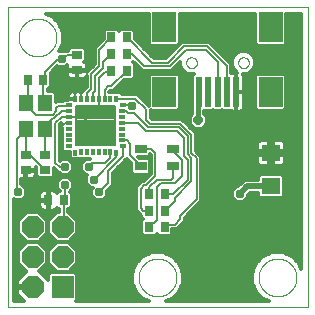
<source format=gtl>
G75*
%MOIN*%
%OFA0B0*%
%FSLAX25Y25*%
%IPPOS*%
%LPD*%
%AMOC8*
5,1,8,0,0,1.08239X$1,22.5*
%
%ADD10C,0.00000*%
%ADD11C,0.00689*%
%ADD12R,0.01280X0.02165*%
%ADD13R,0.01181X0.01969*%
%ADD14R,0.01969X0.01181*%
%ADD15R,0.02165X0.01280*%
%ADD16R,0.03937X0.03150*%
%ADD17R,0.07400X0.07400*%
%ADD18OC8,0.07400*%
%ADD19R,0.02756X0.03543*%
%ADD20R,0.03543X0.02756*%
%ADD21R,0.06299X0.05512*%
%ADD22R,0.01969X0.09843*%
%ADD23R,0.07874X0.09843*%
%ADD24R,0.04528X0.05512*%
%ADD25C,0.00600*%
%ADD26C,0.02000*%
%ADD27OC8,0.02900*%
%ADD28C,0.01600*%
%ADD29OC8,0.03200*%
%ADD30C,0.01200*%
D10*
X0003400Y0003400D02*
X0003400Y0103400D01*
X0103400Y0103400D01*
X0103400Y0003400D01*
X0003400Y0003400D01*
X0047101Y0013400D02*
X0047103Y0013558D01*
X0047109Y0013716D01*
X0047119Y0013874D01*
X0047133Y0014032D01*
X0047151Y0014189D01*
X0047172Y0014346D01*
X0047198Y0014502D01*
X0047228Y0014658D01*
X0047261Y0014813D01*
X0047299Y0014966D01*
X0047340Y0015119D01*
X0047385Y0015271D01*
X0047434Y0015422D01*
X0047487Y0015571D01*
X0047543Y0015719D01*
X0047603Y0015865D01*
X0047667Y0016010D01*
X0047735Y0016153D01*
X0047806Y0016295D01*
X0047880Y0016435D01*
X0047958Y0016572D01*
X0048040Y0016708D01*
X0048124Y0016842D01*
X0048213Y0016973D01*
X0048304Y0017102D01*
X0048399Y0017229D01*
X0048496Y0017354D01*
X0048597Y0017476D01*
X0048701Y0017595D01*
X0048808Y0017712D01*
X0048918Y0017826D01*
X0049031Y0017937D01*
X0049146Y0018046D01*
X0049264Y0018151D01*
X0049385Y0018253D01*
X0049508Y0018353D01*
X0049634Y0018449D01*
X0049762Y0018542D01*
X0049892Y0018632D01*
X0050025Y0018718D01*
X0050160Y0018802D01*
X0050296Y0018881D01*
X0050435Y0018958D01*
X0050576Y0019030D01*
X0050718Y0019100D01*
X0050862Y0019165D01*
X0051008Y0019227D01*
X0051155Y0019285D01*
X0051304Y0019340D01*
X0051454Y0019391D01*
X0051605Y0019438D01*
X0051757Y0019481D01*
X0051910Y0019520D01*
X0052065Y0019556D01*
X0052220Y0019587D01*
X0052376Y0019615D01*
X0052532Y0019639D01*
X0052689Y0019659D01*
X0052847Y0019675D01*
X0053004Y0019687D01*
X0053163Y0019695D01*
X0053321Y0019699D01*
X0053479Y0019699D01*
X0053637Y0019695D01*
X0053796Y0019687D01*
X0053953Y0019675D01*
X0054111Y0019659D01*
X0054268Y0019639D01*
X0054424Y0019615D01*
X0054580Y0019587D01*
X0054735Y0019556D01*
X0054890Y0019520D01*
X0055043Y0019481D01*
X0055195Y0019438D01*
X0055346Y0019391D01*
X0055496Y0019340D01*
X0055645Y0019285D01*
X0055792Y0019227D01*
X0055938Y0019165D01*
X0056082Y0019100D01*
X0056224Y0019030D01*
X0056365Y0018958D01*
X0056504Y0018881D01*
X0056640Y0018802D01*
X0056775Y0018718D01*
X0056908Y0018632D01*
X0057038Y0018542D01*
X0057166Y0018449D01*
X0057292Y0018353D01*
X0057415Y0018253D01*
X0057536Y0018151D01*
X0057654Y0018046D01*
X0057769Y0017937D01*
X0057882Y0017826D01*
X0057992Y0017712D01*
X0058099Y0017595D01*
X0058203Y0017476D01*
X0058304Y0017354D01*
X0058401Y0017229D01*
X0058496Y0017102D01*
X0058587Y0016973D01*
X0058676Y0016842D01*
X0058760Y0016708D01*
X0058842Y0016572D01*
X0058920Y0016435D01*
X0058994Y0016295D01*
X0059065Y0016153D01*
X0059133Y0016010D01*
X0059197Y0015865D01*
X0059257Y0015719D01*
X0059313Y0015571D01*
X0059366Y0015422D01*
X0059415Y0015271D01*
X0059460Y0015119D01*
X0059501Y0014966D01*
X0059539Y0014813D01*
X0059572Y0014658D01*
X0059602Y0014502D01*
X0059628Y0014346D01*
X0059649Y0014189D01*
X0059667Y0014032D01*
X0059681Y0013874D01*
X0059691Y0013716D01*
X0059697Y0013558D01*
X0059699Y0013400D01*
X0059697Y0013242D01*
X0059691Y0013084D01*
X0059681Y0012926D01*
X0059667Y0012768D01*
X0059649Y0012611D01*
X0059628Y0012454D01*
X0059602Y0012298D01*
X0059572Y0012142D01*
X0059539Y0011987D01*
X0059501Y0011834D01*
X0059460Y0011681D01*
X0059415Y0011529D01*
X0059366Y0011378D01*
X0059313Y0011229D01*
X0059257Y0011081D01*
X0059197Y0010935D01*
X0059133Y0010790D01*
X0059065Y0010647D01*
X0058994Y0010505D01*
X0058920Y0010365D01*
X0058842Y0010228D01*
X0058760Y0010092D01*
X0058676Y0009958D01*
X0058587Y0009827D01*
X0058496Y0009698D01*
X0058401Y0009571D01*
X0058304Y0009446D01*
X0058203Y0009324D01*
X0058099Y0009205D01*
X0057992Y0009088D01*
X0057882Y0008974D01*
X0057769Y0008863D01*
X0057654Y0008754D01*
X0057536Y0008649D01*
X0057415Y0008547D01*
X0057292Y0008447D01*
X0057166Y0008351D01*
X0057038Y0008258D01*
X0056908Y0008168D01*
X0056775Y0008082D01*
X0056640Y0007998D01*
X0056504Y0007919D01*
X0056365Y0007842D01*
X0056224Y0007770D01*
X0056082Y0007700D01*
X0055938Y0007635D01*
X0055792Y0007573D01*
X0055645Y0007515D01*
X0055496Y0007460D01*
X0055346Y0007409D01*
X0055195Y0007362D01*
X0055043Y0007319D01*
X0054890Y0007280D01*
X0054735Y0007244D01*
X0054580Y0007213D01*
X0054424Y0007185D01*
X0054268Y0007161D01*
X0054111Y0007141D01*
X0053953Y0007125D01*
X0053796Y0007113D01*
X0053637Y0007105D01*
X0053479Y0007101D01*
X0053321Y0007101D01*
X0053163Y0007105D01*
X0053004Y0007113D01*
X0052847Y0007125D01*
X0052689Y0007141D01*
X0052532Y0007161D01*
X0052376Y0007185D01*
X0052220Y0007213D01*
X0052065Y0007244D01*
X0051910Y0007280D01*
X0051757Y0007319D01*
X0051605Y0007362D01*
X0051454Y0007409D01*
X0051304Y0007460D01*
X0051155Y0007515D01*
X0051008Y0007573D01*
X0050862Y0007635D01*
X0050718Y0007700D01*
X0050576Y0007770D01*
X0050435Y0007842D01*
X0050296Y0007919D01*
X0050160Y0007998D01*
X0050025Y0008082D01*
X0049892Y0008168D01*
X0049762Y0008258D01*
X0049634Y0008351D01*
X0049508Y0008447D01*
X0049385Y0008547D01*
X0049264Y0008649D01*
X0049146Y0008754D01*
X0049031Y0008863D01*
X0048918Y0008974D01*
X0048808Y0009088D01*
X0048701Y0009205D01*
X0048597Y0009324D01*
X0048496Y0009446D01*
X0048399Y0009571D01*
X0048304Y0009698D01*
X0048213Y0009827D01*
X0048124Y0009958D01*
X0048040Y0010092D01*
X0047958Y0010228D01*
X0047880Y0010365D01*
X0047806Y0010505D01*
X0047735Y0010647D01*
X0047667Y0010790D01*
X0047603Y0010935D01*
X0047543Y0011081D01*
X0047487Y0011229D01*
X0047434Y0011378D01*
X0047385Y0011529D01*
X0047340Y0011681D01*
X0047299Y0011834D01*
X0047261Y0011987D01*
X0047228Y0012142D01*
X0047198Y0012298D01*
X0047172Y0012454D01*
X0047151Y0012611D01*
X0047133Y0012768D01*
X0047119Y0012926D01*
X0047109Y0013084D01*
X0047103Y0013242D01*
X0047101Y0013400D01*
X0087101Y0013400D02*
X0087103Y0013558D01*
X0087109Y0013716D01*
X0087119Y0013874D01*
X0087133Y0014032D01*
X0087151Y0014189D01*
X0087172Y0014346D01*
X0087198Y0014502D01*
X0087228Y0014658D01*
X0087261Y0014813D01*
X0087299Y0014966D01*
X0087340Y0015119D01*
X0087385Y0015271D01*
X0087434Y0015422D01*
X0087487Y0015571D01*
X0087543Y0015719D01*
X0087603Y0015865D01*
X0087667Y0016010D01*
X0087735Y0016153D01*
X0087806Y0016295D01*
X0087880Y0016435D01*
X0087958Y0016572D01*
X0088040Y0016708D01*
X0088124Y0016842D01*
X0088213Y0016973D01*
X0088304Y0017102D01*
X0088399Y0017229D01*
X0088496Y0017354D01*
X0088597Y0017476D01*
X0088701Y0017595D01*
X0088808Y0017712D01*
X0088918Y0017826D01*
X0089031Y0017937D01*
X0089146Y0018046D01*
X0089264Y0018151D01*
X0089385Y0018253D01*
X0089508Y0018353D01*
X0089634Y0018449D01*
X0089762Y0018542D01*
X0089892Y0018632D01*
X0090025Y0018718D01*
X0090160Y0018802D01*
X0090296Y0018881D01*
X0090435Y0018958D01*
X0090576Y0019030D01*
X0090718Y0019100D01*
X0090862Y0019165D01*
X0091008Y0019227D01*
X0091155Y0019285D01*
X0091304Y0019340D01*
X0091454Y0019391D01*
X0091605Y0019438D01*
X0091757Y0019481D01*
X0091910Y0019520D01*
X0092065Y0019556D01*
X0092220Y0019587D01*
X0092376Y0019615D01*
X0092532Y0019639D01*
X0092689Y0019659D01*
X0092847Y0019675D01*
X0093004Y0019687D01*
X0093163Y0019695D01*
X0093321Y0019699D01*
X0093479Y0019699D01*
X0093637Y0019695D01*
X0093796Y0019687D01*
X0093953Y0019675D01*
X0094111Y0019659D01*
X0094268Y0019639D01*
X0094424Y0019615D01*
X0094580Y0019587D01*
X0094735Y0019556D01*
X0094890Y0019520D01*
X0095043Y0019481D01*
X0095195Y0019438D01*
X0095346Y0019391D01*
X0095496Y0019340D01*
X0095645Y0019285D01*
X0095792Y0019227D01*
X0095938Y0019165D01*
X0096082Y0019100D01*
X0096224Y0019030D01*
X0096365Y0018958D01*
X0096504Y0018881D01*
X0096640Y0018802D01*
X0096775Y0018718D01*
X0096908Y0018632D01*
X0097038Y0018542D01*
X0097166Y0018449D01*
X0097292Y0018353D01*
X0097415Y0018253D01*
X0097536Y0018151D01*
X0097654Y0018046D01*
X0097769Y0017937D01*
X0097882Y0017826D01*
X0097992Y0017712D01*
X0098099Y0017595D01*
X0098203Y0017476D01*
X0098304Y0017354D01*
X0098401Y0017229D01*
X0098496Y0017102D01*
X0098587Y0016973D01*
X0098676Y0016842D01*
X0098760Y0016708D01*
X0098842Y0016572D01*
X0098920Y0016435D01*
X0098994Y0016295D01*
X0099065Y0016153D01*
X0099133Y0016010D01*
X0099197Y0015865D01*
X0099257Y0015719D01*
X0099313Y0015571D01*
X0099366Y0015422D01*
X0099415Y0015271D01*
X0099460Y0015119D01*
X0099501Y0014966D01*
X0099539Y0014813D01*
X0099572Y0014658D01*
X0099602Y0014502D01*
X0099628Y0014346D01*
X0099649Y0014189D01*
X0099667Y0014032D01*
X0099681Y0013874D01*
X0099691Y0013716D01*
X0099697Y0013558D01*
X0099699Y0013400D01*
X0099697Y0013242D01*
X0099691Y0013084D01*
X0099681Y0012926D01*
X0099667Y0012768D01*
X0099649Y0012611D01*
X0099628Y0012454D01*
X0099602Y0012298D01*
X0099572Y0012142D01*
X0099539Y0011987D01*
X0099501Y0011834D01*
X0099460Y0011681D01*
X0099415Y0011529D01*
X0099366Y0011378D01*
X0099313Y0011229D01*
X0099257Y0011081D01*
X0099197Y0010935D01*
X0099133Y0010790D01*
X0099065Y0010647D01*
X0098994Y0010505D01*
X0098920Y0010365D01*
X0098842Y0010228D01*
X0098760Y0010092D01*
X0098676Y0009958D01*
X0098587Y0009827D01*
X0098496Y0009698D01*
X0098401Y0009571D01*
X0098304Y0009446D01*
X0098203Y0009324D01*
X0098099Y0009205D01*
X0097992Y0009088D01*
X0097882Y0008974D01*
X0097769Y0008863D01*
X0097654Y0008754D01*
X0097536Y0008649D01*
X0097415Y0008547D01*
X0097292Y0008447D01*
X0097166Y0008351D01*
X0097038Y0008258D01*
X0096908Y0008168D01*
X0096775Y0008082D01*
X0096640Y0007998D01*
X0096504Y0007919D01*
X0096365Y0007842D01*
X0096224Y0007770D01*
X0096082Y0007700D01*
X0095938Y0007635D01*
X0095792Y0007573D01*
X0095645Y0007515D01*
X0095496Y0007460D01*
X0095346Y0007409D01*
X0095195Y0007362D01*
X0095043Y0007319D01*
X0094890Y0007280D01*
X0094735Y0007244D01*
X0094580Y0007213D01*
X0094424Y0007185D01*
X0094268Y0007161D01*
X0094111Y0007141D01*
X0093953Y0007125D01*
X0093796Y0007113D01*
X0093637Y0007105D01*
X0093479Y0007101D01*
X0093321Y0007101D01*
X0093163Y0007105D01*
X0093004Y0007113D01*
X0092847Y0007125D01*
X0092689Y0007141D01*
X0092532Y0007161D01*
X0092376Y0007185D01*
X0092220Y0007213D01*
X0092065Y0007244D01*
X0091910Y0007280D01*
X0091757Y0007319D01*
X0091605Y0007362D01*
X0091454Y0007409D01*
X0091304Y0007460D01*
X0091155Y0007515D01*
X0091008Y0007573D01*
X0090862Y0007635D01*
X0090718Y0007700D01*
X0090576Y0007770D01*
X0090435Y0007842D01*
X0090296Y0007919D01*
X0090160Y0007998D01*
X0090025Y0008082D01*
X0089892Y0008168D01*
X0089762Y0008258D01*
X0089634Y0008351D01*
X0089508Y0008447D01*
X0089385Y0008547D01*
X0089264Y0008649D01*
X0089146Y0008754D01*
X0089031Y0008863D01*
X0088918Y0008974D01*
X0088808Y0009088D01*
X0088701Y0009205D01*
X0088597Y0009324D01*
X0088496Y0009446D01*
X0088399Y0009571D01*
X0088304Y0009698D01*
X0088213Y0009827D01*
X0088124Y0009958D01*
X0088040Y0010092D01*
X0087958Y0010228D01*
X0087880Y0010365D01*
X0087806Y0010505D01*
X0087735Y0010647D01*
X0087667Y0010790D01*
X0087603Y0010935D01*
X0087543Y0011081D01*
X0087487Y0011229D01*
X0087434Y0011378D01*
X0087385Y0011529D01*
X0087340Y0011681D01*
X0087299Y0011834D01*
X0087261Y0011987D01*
X0087228Y0012142D01*
X0087198Y0012298D01*
X0087172Y0012454D01*
X0087151Y0012611D01*
X0087133Y0012768D01*
X0087119Y0012926D01*
X0087109Y0013084D01*
X0087103Y0013242D01*
X0087101Y0013400D01*
X0080289Y0085000D02*
X0080291Y0085084D01*
X0080297Y0085167D01*
X0080307Y0085250D01*
X0080321Y0085333D01*
X0080338Y0085415D01*
X0080360Y0085496D01*
X0080385Y0085575D01*
X0080414Y0085654D01*
X0080447Y0085731D01*
X0080483Y0085806D01*
X0080523Y0085880D01*
X0080566Y0085952D01*
X0080613Y0086021D01*
X0080663Y0086088D01*
X0080716Y0086153D01*
X0080772Y0086215D01*
X0080830Y0086275D01*
X0080892Y0086332D01*
X0080956Y0086385D01*
X0081023Y0086436D01*
X0081092Y0086483D01*
X0081163Y0086528D01*
X0081236Y0086568D01*
X0081311Y0086605D01*
X0081388Y0086639D01*
X0081466Y0086669D01*
X0081545Y0086695D01*
X0081626Y0086718D01*
X0081708Y0086736D01*
X0081790Y0086751D01*
X0081873Y0086762D01*
X0081956Y0086769D01*
X0082040Y0086772D01*
X0082124Y0086771D01*
X0082207Y0086766D01*
X0082291Y0086757D01*
X0082373Y0086744D01*
X0082455Y0086728D01*
X0082536Y0086707D01*
X0082617Y0086683D01*
X0082695Y0086655D01*
X0082773Y0086623D01*
X0082849Y0086587D01*
X0082923Y0086548D01*
X0082995Y0086506D01*
X0083065Y0086460D01*
X0083133Y0086411D01*
X0083198Y0086359D01*
X0083261Y0086304D01*
X0083321Y0086246D01*
X0083379Y0086185D01*
X0083433Y0086121D01*
X0083485Y0086055D01*
X0083533Y0085987D01*
X0083578Y0085916D01*
X0083619Y0085843D01*
X0083658Y0085769D01*
X0083692Y0085693D01*
X0083723Y0085615D01*
X0083750Y0085536D01*
X0083774Y0085455D01*
X0083793Y0085374D01*
X0083809Y0085292D01*
X0083821Y0085209D01*
X0083829Y0085125D01*
X0083833Y0085042D01*
X0083833Y0084958D01*
X0083829Y0084875D01*
X0083821Y0084791D01*
X0083809Y0084708D01*
X0083793Y0084626D01*
X0083774Y0084545D01*
X0083750Y0084464D01*
X0083723Y0084385D01*
X0083692Y0084307D01*
X0083658Y0084231D01*
X0083619Y0084157D01*
X0083578Y0084084D01*
X0083533Y0084013D01*
X0083485Y0083945D01*
X0083433Y0083879D01*
X0083379Y0083815D01*
X0083321Y0083754D01*
X0083261Y0083696D01*
X0083198Y0083641D01*
X0083133Y0083589D01*
X0083065Y0083540D01*
X0082995Y0083494D01*
X0082923Y0083452D01*
X0082849Y0083413D01*
X0082773Y0083377D01*
X0082695Y0083345D01*
X0082617Y0083317D01*
X0082536Y0083293D01*
X0082455Y0083272D01*
X0082373Y0083256D01*
X0082291Y0083243D01*
X0082207Y0083234D01*
X0082124Y0083229D01*
X0082040Y0083228D01*
X0081956Y0083231D01*
X0081873Y0083238D01*
X0081790Y0083249D01*
X0081708Y0083264D01*
X0081626Y0083282D01*
X0081545Y0083305D01*
X0081466Y0083331D01*
X0081388Y0083361D01*
X0081311Y0083395D01*
X0081236Y0083432D01*
X0081163Y0083472D01*
X0081092Y0083517D01*
X0081023Y0083564D01*
X0080956Y0083615D01*
X0080892Y0083668D01*
X0080830Y0083725D01*
X0080772Y0083785D01*
X0080716Y0083847D01*
X0080663Y0083912D01*
X0080613Y0083979D01*
X0080566Y0084048D01*
X0080523Y0084120D01*
X0080483Y0084194D01*
X0080447Y0084269D01*
X0080414Y0084346D01*
X0080385Y0084425D01*
X0080360Y0084504D01*
X0080338Y0084585D01*
X0080321Y0084667D01*
X0080307Y0084750D01*
X0080297Y0084833D01*
X0080291Y0084916D01*
X0080289Y0085000D01*
X0062967Y0085000D02*
X0062969Y0085084D01*
X0062975Y0085167D01*
X0062985Y0085250D01*
X0062999Y0085333D01*
X0063016Y0085415D01*
X0063038Y0085496D01*
X0063063Y0085575D01*
X0063092Y0085654D01*
X0063125Y0085731D01*
X0063161Y0085806D01*
X0063201Y0085880D01*
X0063244Y0085952D01*
X0063291Y0086021D01*
X0063341Y0086088D01*
X0063394Y0086153D01*
X0063450Y0086215D01*
X0063508Y0086275D01*
X0063570Y0086332D01*
X0063634Y0086385D01*
X0063701Y0086436D01*
X0063770Y0086483D01*
X0063841Y0086528D01*
X0063914Y0086568D01*
X0063989Y0086605D01*
X0064066Y0086639D01*
X0064144Y0086669D01*
X0064223Y0086695D01*
X0064304Y0086718D01*
X0064386Y0086736D01*
X0064468Y0086751D01*
X0064551Y0086762D01*
X0064634Y0086769D01*
X0064718Y0086772D01*
X0064802Y0086771D01*
X0064885Y0086766D01*
X0064969Y0086757D01*
X0065051Y0086744D01*
X0065133Y0086728D01*
X0065214Y0086707D01*
X0065295Y0086683D01*
X0065373Y0086655D01*
X0065451Y0086623D01*
X0065527Y0086587D01*
X0065601Y0086548D01*
X0065673Y0086506D01*
X0065743Y0086460D01*
X0065811Y0086411D01*
X0065876Y0086359D01*
X0065939Y0086304D01*
X0065999Y0086246D01*
X0066057Y0086185D01*
X0066111Y0086121D01*
X0066163Y0086055D01*
X0066211Y0085987D01*
X0066256Y0085916D01*
X0066297Y0085843D01*
X0066336Y0085769D01*
X0066370Y0085693D01*
X0066401Y0085615D01*
X0066428Y0085536D01*
X0066452Y0085455D01*
X0066471Y0085374D01*
X0066487Y0085292D01*
X0066499Y0085209D01*
X0066507Y0085125D01*
X0066511Y0085042D01*
X0066511Y0084958D01*
X0066507Y0084875D01*
X0066499Y0084791D01*
X0066487Y0084708D01*
X0066471Y0084626D01*
X0066452Y0084545D01*
X0066428Y0084464D01*
X0066401Y0084385D01*
X0066370Y0084307D01*
X0066336Y0084231D01*
X0066297Y0084157D01*
X0066256Y0084084D01*
X0066211Y0084013D01*
X0066163Y0083945D01*
X0066111Y0083879D01*
X0066057Y0083815D01*
X0065999Y0083754D01*
X0065939Y0083696D01*
X0065876Y0083641D01*
X0065811Y0083589D01*
X0065743Y0083540D01*
X0065673Y0083494D01*
X0065601Y0083452D01*
X0065527Y0083413D01*
X0065451Y0083377D01*
X0065373Y0083345D01*
X0065295Y0083317D01*
X0065214Y0083293D01*
X0065133Y0083272D01*
X0065051Y0083256D01*
X0064969Y0083243D01*
X0064885Y0083234D01*
X0064802Y0083229D01*
X0064718Y0083228D01*
X0064634Y0083231D01*
X0064551Y0083238D01*
X0064468Y0083249D01*
X0064386Y0083264D01*
X0064304Y0083282D01*
X0064223Y0083305D01*
X0064144Y0083331D01*
X0064066Y0083361D01*
X0063989Y0083395D01*
X0063914Y0083432D01*
X0063841Y0083472D01*
X0063770Y0083517D01*
X0063701Y0083564D01*
X0063634Y0083615D01*
X0063570Y0083668D01*
X0063508Y0083725D01*
X0063450Y0083785D01*
X0063394Y0083847D01*
X0063341Y0083912D01*
X0063291Y0083979D01*
X0063244Y0084048D01*
X0063201Y0084120D01*
X0063161Y0084194D01*
X0063125Y0084269D01*
X0063092Y0084346D01*
X0063063Y0084425D01*
X0063038Y0084504D01*
X0063016Y0084585D01*
X0062999Y0084667D01*
X0062985Y0084750D01*
X0062975Y0084833D01*
X0062969Y0084916D01*
X0062967Y0085000D01*
X0007101Y0093400D02*
X0007103Y0093558D01*
X0007109Y0093716D01*
X0007119Y0093874D01*
X0007133Y0094032D01*
X0007151Y0094189D01*
X0007172Y0094346D01*
X0007198Y0094502D01*
X0007228Y0094658D01*
X0007261Y0094813D01*
X0007299Y0094966D01*
X0007340Y0095119D01*
X0007385Y0095271D01*
X0007434Y0095422D01*
X0007487Y0095571D01*
X0007543Y0095719D01*
X0007603Y0095865D01*
X0007667Y0096010D01*
X0007735Y0096153D01*
X0007806Y0096295D01*
X0007880Y0096435D01*
X0007958Y0096572D01*
X0008040Y0096708D01*
X0008124Y0096842D01*
X0008213Y0096973D01*
X0008304Y0097102D01*
X0008399Y0097229D01*
X0008496Y0097354D01*
X0008597Y0097476D01*
X0008701Y0097595D01*
X0008808Y0097712D01*
X0008918Y0097826D01*
X0009031Y0097937D01*
X0009146Y0098046D01*
X0009264Y0098151D01*
X0009385Y0098253D01*
X0009508Y0098353D01*
X0009634Y0098449D01*
X0009762Y0098542D01*
X0009892Y0098632D01*
X0010025Y0098718D01*
X0010160Y0098802D01*
X0010296Y0098881D01*
X0010435Y0098958D01*
X0010576Y0099030D01*
X0010718Y0099100D01*
X0010862Y0099165D01*
X0011008Y0099227D01*
X0011155Y0099285D01*
X0011304Y0099340D01*
X0011454Y0099391D01*
X0011605Y0099438D01*
X0011757Y0099481D01*
X0011910Y0099520D01*
X0012065Y0099556D01*
X0012220Y0099587D01*
X0012376Y0099615D01*
X0012532Y0099639D01*
X0012689Y0099659D01*
X0012847Y0099675D01*
X0013004Y0099687D01*
X0013163Y0099695D01*
X0013321Y0099699D01*
X0013479Y0099699D01*
X0013637Y0099695D01*
X0013796Y0099687D01*
X0013953Y0099675D01*
X0014111Y0099659D01*
X0014268Y0099639D01*
X0014424Y0099615D01*
X0014580Y0099587D01*
X0014735Y0099556D01*
X0014890Y0099520D01*
X0015043Y0099481D01*
X0015195Y0099438D01*
X0015346Y0099391D01*
X0015496Y0099340D01*
X0015645Y0099285D01*
X0015792Y0099227D01*
X0015938Y0099165D01*
X0016082Y0099100D01*
X0016224Y0099030D01*
X0016365Y0098958D01*
X0016504Y0098881D01*
X0016640Y0098802D01*
X0016775Y0098718D01*
X0016908Y0098632D01*
X0017038Y0098542D01*
X0017166Y0098449D01*
X0017292Y0098353D01*
X0017415Y0098253D01*
X0017536Y0098151D01*
X0017654Y0098046D01*
X0017769Y0097937D01*
X0017882Y0097826D01*
X0017992Y0097712D01*
X0018099Y0097595D01*
X0018203Y0097476D01*
X0018304Y0097354D01*
X0018401Y0097229D01*
X0018496Y0097102D01*
X0018587Y0096973D01*
X0018676Y0096842D01*
X0018760Y0096708D01*
X0018842Y0096572D01*
X0018920Y0096435D01*
X0018994Y0096295D01*
X0019065Y0096153D01*
X0019133Y0096010D01*
X0019197Y0095865D01*
X0019257Y0095719D01*
X0019313Y0095571D01*
X0019366Y0095422D01*
X0019415Y0095271D01*
X0019460Y0095119D01*
X0019501Y0094966D01*
X0019539Y0094813D01*
X0019572Y0094658D01*
X0019602Y0094502D01*
X0019628Y0094346D01*
X0019649Y0094189D01*
X0019667Y0094032D01*
X0019681Y0093874D01*
X0019691Y0093716D01*
X0019697Y0093558D01*
X0019699Y0093400D01*
X0019697Y0093242D01*
X0019691Y0093084D01*
X0019681Y0092926D01*
X0019667Y0092768D01*
X0019649Y0092611D01*
X0019628Y0092454D01*
X0019602Y0092298D01*
X0019572Y0092142D01*
X0019539Y0091987D01*
X0019501Y0091834D01*
X0019460Y0091681D01*
X0019415Y0091529D01*
X0019366Y0091378D01*
X0019313Y0091229D01*
X0019257Y0091081D01*
X0019197Y0090935D01*
X0019133Y0090790D01*
X0019065Y0090647D01*
X0018994Y0090505D01*
X0018920Y0090365D01*
X0018842Y0090228D01*
X0018760Y0090092D01*
X0018676Y0089958D01*
X0018587Y0089827D01*
X0018496Y0089698D01*
X0018401Y0089571D01*
X0018304Y0089446D01*
X0018203Y0089324D01*
X0018099Y0089205D01*
X0017992Y0089088D01*
X0017882Y0088974D01*
X0017769Y0088863D01*
X0017654Y0088754D01*
X0017536Y0088649D01*
X0017415Y0088547D01*
X0017292Y0088447D01*
X0017166Y0088351D01*
X0017038Y0088258D01*
X0016908Y0088168D01*
X0016775Y0088082D01*
X0016640Y0087998D01*
X0016504Y0087919D01*
X0016365Y0087842D01*
X0016224Y0087770D01*
X0016082Y0087700D01*
X0015938Y0087635D01*
X0015792Y0087573D01*
X0015645Y0087515D01*
X0015496Y0087460D01*
X0015346Y0087409D01*
X0015195Y0087362D01*
X0015043Y0087319D01*
X0014890Y0087280D01*
X0014735Y0087244D01*
X0014580Y0087213D01*
X0014424Y0087185D01*
X0014268Y0087161D01*
X0014111Y0087141D01*
X0013953Y0087125D01*
X0013796Y0087113D01*
X0013637Y0087105D01*
X0013479Y0087101D01*
X0013321Y0087101D01*
X0013163Y0087105D01*
X0013004Y0087113D01*
X0012847Y0087125D01*
X0012689Y0087141D01*
X0012532Y0087161D01*
X0012376Y0087185D01*
X0012220Y0087213D01*
X0012065Y0087244D01*
X0011910Y0087280D01*
X0011757Y0087319D01*
X0011605Y0087362D01*
X0011454Y0087409D01*
X0011304Y0087460D01*
X0011155Y0087515D01*
X0011008Y0087573D01*
X0010862Y0087635D01*
X0010718Y0087700D01*
X0010576Y0087770D01*
X0010435Y0087842D01*
X0010296Y0087919D01*
X0010160Y0087998D01*
X0010025Y0088082D01*
X0009892Y0088168D01*
X0009762Y0088258D01*
X0009634Y0088351D01*
X0009508Y0088447D01*
X0009385Y0088547D01*
X0009264Y0088649D01*
X0009146Y0088754D01*
X0009031Y0088863D01*
X0008918Y0088974D01*
X0008808Y0089088D01*
X0008701Y0089205D01*
X0008597Y0089324D01*
X0008496Y0089446D01*
X0008399Y0089571D01*
X0008304Y0089698D01*
X0008213Y0089827D01*
X0008124Y0089958D01*
X0008040Y0090092D01*
X0007958Y0090228D01*
X0007880Y0090365D01*
X0007806Y0090505D01*
X0007735Y0090647D01*
X0007667Y0090790D01*
X0007603Y0090935D01*
X0007543Y0091081D01*
X0007487Y0091229D01*
X0007434Y0091378D01*
X0007385Y0091529D01*
X0007340Y0091681D01*
X0007299Y0091834D01*
X0007261Y0091987D01*
X0007228Y0092142D01*
X0007198Y0092298D01*
X0007172Y0092454D01*
X0007151Y0092611D01*
X0007133Y0092768D01*
X0007119Y0092926D01*
X0007109Y0093084D01*
X0007103Y0093242D01*
X0007101Y0093400D01*
D11*
X0026254Y0057454D02*
X0039346Y0057454D01*
X0026254Y0057454D02*
X0026254Y0070546D01*
X0039346Y0070546D01*
X0039346Y0057454D01*
X0039346Y0058142D02*
X0026254Y0058142D01*
X0026254Y0058830D02*
X0039346Y0058830D01*
X0039346Y0059518D02*
X0026254Y0059518D01*
X0026254Y0060206D02*
X0039346Y0060206D01*
X0039346Y0060894D02*
X0026254Y0060894D01*
X0026254Y0061582D02*
X0039346Y0061582D01*
X0039346Y0062270D02*
X0026254Y0062270D01*
X0026254Y0062958D02*
X0039346Y0062958D01*
X0039346Y0063646D02*
X0026254Y0063646D01*
X0026254Y0064334D02*
X0039346Y0064334D01*
X0039346Y0065022D02*
X0026254Y0065022D01*
X0026254Y0065710D02*
X0039346Y0065710D01*
X0039346Y0066398D02*
X0026254Y0066398D01*
X0026254Y0067086D02*
X0039346Y0067086D01*
X0039346Y0067774D02*
X0026254Y0067774D01*
X0026254Y0068462D02*
X0039346Y0068462D01*
X0039346Y0069150D02*
X0026254Y0069150D01*
X0026254Y0069838D02*
X0039346Y0069838D01*
X0039346Y0070526D02*
X0026254Y0070526D01*
X0026254Y0057454D02*
X0039346Y0057454D01*
X0026254Y0057454D02*
X0026254Y0070546D01*
X0039346Y0070546D01*
X0039346Y0057454D01*
X0039346Y0058142D02*
X0026254Y0058142D01*
X0026254Y0058830D02*
X0039346Y0058830D01*
X0039346Y0059518D02*
X0026254Y0059518D01*
X0026254Y0060206D02*
X0039346Y0060206D01*
X0039346Y0060894D02*
X0026254Y0060894D01*
X0026254Y0061582D02*
X0039346Y0061582D01*
X0039346Y0062270D02*
X0026254Y0062270D01*
X0026254Y0062958D02*
X0039346Y0062958D01*
X0039346Y0063646D02*
X0026254Y0063646D01*
X0026254Y0064334D02*
X0039346Y0064334D01*
X0039346Y0065022D02*
X0026254Y0065022D01*
X0026254Y0065710D02*
X0039346Y0065710D01*
X0039346Y0066398D02*
X0026254Y0066398D01*
X0026254Y0067086D02*
X0039346Y0067086D01*
X0039346Y0067774D02*
X0026254Y0067774D01*
X0026254Y0068462D02*
X0039346Y0068462D01*
X0039346Y0069150D02*
X0026254Y0069150D01*
X0026254Y0069838D02*
X0039346Y0069838D01*
X0039346Y0070526D02*
X0026254Y0070526D01*
D12*
X0027879Y0072858D03*
X0027879Y0072858D03*
X0029847Y0072858D03*
X0029847Y0072858D03*
X0031816Y0072858D03*
X0031816Y0072858D03*
X0033784Y0072858D03*
X0033784Y0072858D03*
X0035753Y0072858D03*
X0035753Y0072858D03*
X0037721Y0072858D03*
X0037721Y0072858D03*
X0037721Y0055142D03*
X0037721Y0055142D03*
X0035753Y0055142D03*
X0035753Y0055142D03*
X0033784Y0055142D03*
X0033784Y0055142D03*
X0031816Y0055142D03*
X0031816Y0055142D03*
X0029847Y0055142D03*
X0029847Y0055142D03*
X0027879Y0055142D03*
X0027879Y0055142D03*
D13*
X0025910Y0055024D03*
X0025910Y0055024D03*
X0039690Y0055024D03*
X0039690Y0055024D03*
X0039690Y0072976D03*
X0039690Y0072976D03*
X0025910Y0072976D03*
X0025910Y0072976D03*
D14*
X0023824Y0070890D03*
X0023824Y0070890D03*
X0023824Y0057110D03*
X0023824Y0057110D03*
X0041776Y0057110D03*
X0041776Y0057110D03*
X0041776Y0070890D03*
X0041776Y0070890D03*
D15*
X0041658Y0068921D03*
X0041658Y0068921D03*
X0041658Y0066953D03*
X0041658Y0066953D03*
X0041658Y0064984D03*
X0041658Y0064984D03*
X0041658Y0063016D03*
X0041658Y0063016D03*
X0041658Y0061047D03*
X0041658Y0061047D03*
X0041658Y0059079D03*
X0041658Y0059079D03*
X0023942Y0059079D03*
X0023942Y0059079D03*
X0023942Y0061047D03*
X0023942Y0061047D03*
X0023942Y0063016D03*
X0023942Y0063016D03*
X0023942Y0064984D03*
X0023942Y0064984D03*
X0023942Y0066953D03*
X0023942Y0066953D03*
X0023942Y0068921D03*
X0023942Y0068921D03*
D16*
X0047888Y0056353D03*
X0047888Y0056353D03*
X0047888Y0050447D03*
X0047888Y0050447D03*
X0058715Y0050447D03*
X0058715Y0050447D03*
X0058715Y0056353D03*
X0058715Y0056353D03*
D17*
X0021800Y0010200D03*
D18*
X0021800Y0020200D03*
X0021800Y0030200D03*
X0011800Y0030200D03*
X0011800Y0020200D03*
X0011800Y0010200D03*
D19*
X0017041Y0039100D03*
X0017041Y0039100D03*
X0022159Y0039100D03*
X0022159Y0039100D03*
X0050641Y0041200D03*
X0050641Y0041200D03*
X0055759Y0041200D03*
X0055759Y0041200D03*
X0055759Y0035500D03*
X0055759Y0035500D03*
X0050641Y0035500D03*
X0050641Y0035500D03*
X0050641Y0030100D03*
X0050641Y0030100D03*
X0055759Y0030100D03*
X0055759Y0030100D03*
X0015259Y0079300D03*
X0015259Y0079300D03*
X0010141Y0079300D03*
X0010141Y0079300D03*
X0038041Y0082300D03*
X0038041Y0082300D03*
X0043159Y0082300D03*
X0043159Y0082300D03*
X0043159Y0088000D03*
X0043159Y0088000D03*
X0038041Y0088000D03*
X0038041Y0088000D03*
X0038041Y0093400D03*
X0038041Y0093400D03*
X0043159Y0093400D03*
X0043159Y0093400D03*
D20*
X0026500Y0087559D03*
X0026500Y0087559D03*
X0026500Y0082441D03*
X0026500Y0082441D03*
X0016000Y0054259D03*
X0016000Y0054259D03*
X0016000Y0049141D03*
X0016000Y0049141D03*
X0009400Y0049141D03*
X0009400Y0049141D03*
X0009400Y0054259D03*
X0009400Y0054259D03*
D21*
X0091300Y0054812D03*
X0091300Y0054812D03*
X0091300Y0043788D03*
X0091300Y0043788D03*
D22*
X0079699Y0075157D03*
X0079699Y0075157D03*
X0076550Y0075157D03*
X0076550Y0075157D03*
X0073400Y0075157D03*
X0073400Y0075157D03*
X0070250Y0075157D03*
X0070250Y0075157D03*
X0067101Y0075157D03*
X0067101Y0075157D03*
D23*
X0055683Y0075157D03*
X0055683Y0075157D03*
X0055683Y0096811D03*
X0055683Y0096811D03*
X0091117Y0096811D03*
X0091117Y0096811D03*
X0091117Y0075157D03*
X0091117Y0075157D03*
D24*
X0015999Y0071500D03*
X0015999Y0071500D03*
X0009700Y0071500D03*
X0009700Y0071500D03*
X0009700Y0062839D03*
X0009700Y0062839D03*
X0015999Y0062839D03*
X0015999Y0062839D03*
D25*
X0015999Y0054260D01*
X0016000Y0054259D01*
X0019300Y0051700D02*
X0020800Y0050200D01*
X0022600Y0050200D01*
X0021700Y0053200D02*
X0021700Y0064000D01*
X0022600Y0064900D01*
X0023857Y0064900D01*
X0023942Y0064984D01*
X0023942Y0066953D02*
X0023894Y0067000D01*
X0021400Y0067000D01*
X0019300Y0064900D01*
X0019300Y0051700D01*
X0016741Y0049141D02*
X0016000Y0049141D01*
X0010882Y0054259D01*
X0009400Y0054259D01*
X0009700Y0054559D01*
X0009700Y0062839D01*
X0006400Y0059539D01*
X0006400Y0043600D01*
X0007000Y0043000D01*
X0007000Y0041800D01*
X0022159Y0039100D02*
X0022159Y0030559D01*
X0021800Y0030200D01*
X0022159Y0039100D02*
X0022600Y0039541D01*
X0022600Y0044200D01*
X0030400Y0050200D02*
X0031600Y0051400D01*
X0035800Y0051400D01*
X0037721Y0053321D01*
X0037721Y0055142D01*
X0039690Y0055024D02*
X0039690Y0053490D01*
X0032200Y0046000D01*
X0034000Y0041800D02*
X0037000Y0044800D01*
X0037000Y0049000D01*
X0041776Y0053776D01*
X0041776Y0057110D01*
X0041658Y0059079D02*
X0043121Y0059079D01*
X0044200Y0058000D01*
X0044200Y0054135D01*
X0047888Y0050447D01*
X0052600Y0047200D02*
X0052600Y0055000D01*
X0051247Y0056353D01*
X0047888Y0056353D01*
X0049600Y0062200D02*
X0059800Y0062200D01*
X0062200Y0059800D01*
X0062200Y0053800D01*
X0063400Y0052600D01*
X0063400Y0046000D01*
X0058600Y0041200D01*
X0055759Y0041200D01*
X0053200Y0043600D02*
X0054400Y0044800D01*
X0059200Y0044800D01*
X0061600Y0047200D01*
X0061600Y0052600D01*
X0058715Y0055485D01*
X0058715Y0056353D01*
X0063400Y0054400D02*
X0064600Y0053200D01*
X0064600Y0045400D01*
X0059200Y0040000D01*
X0059200Y0038941D01*
X0055759Y0035500D01*
X0053200Y0032659D02*
X0053200Y0043600D01*
X0053200Y0046000D02*
X0058000Y0046000D01*
X0058600Y0046600D01*
X0058600Y0050332D01*
X0058715Y0050447D01*
X0063400Y0054400D02*
X0063400Y0060400D01*
X0060400Y0063400D01*
X0050200Y0063400D01*
X0045400Y0068200D01*
X0043600Y0068200D01*
X0042879Y0068921D01*
X0041658Y0068921D01*
X0041776Y0070890D02*
X0044510Y0070890D01*
X0044800Y0070600D01*
X0046024Y0072976D02*
X0049600Y0069400D01*
X0049600Y0065800D01*
X0050800Y0064600D01*
X0061000Y0064600D01*
X0064600Y0061000D01*
X0064600Y0055000D01*
X0066400Y0053200D01*
X0066400Y0039400D01*
X0061000Y0034000D01*
X0061000Y0032800D01*
X0059200Y0031000D01*
X0056659Y0031000D01*
X0055759Y0030100D01*
X0053200Y0032659D02*
X0050641Y0030100D01*
X0050641Y0035500D02*
X0048700Y0035500D01*
X0047800Y0036400D01*
X0047800Y0043000D01*
X0049000Y0044200D01*
X0049600Y0044200D01*
X0052600Y0047200D01*
X0053200Y0046000D02*
X0050641Y0043441D01*
X0050641Y0041200D01*
X0049600Y0062200D02*
X0046816Y0064984D01*
X0041658Y0064984D01*
X0033784Y0067000D02*
X0033784Y0072858D01*
X0033784Y0079984D01*
X0035800Y0082000D01*
X0037741Y0082000D01*
X0038041Y0082300D01*
X0035200Y0083200D02*
X0035200Y0085159D01*
X0038041Y0088000D01*
X0034000Y0089359D02*
X0034000Y0083800D01*
X0031300Y0081100D01*
X0031300Y0076300D01*
X0029800Y0074800D01*
X0029847Y0074753D01*
X0029847Y0072858D01*
X0028000Y0072980D02*
X0028000Y0074800D01*
X0027400Y0075400D01*
X0026200Y0075400D01*
X0026028Y0075228D01*
X0026028Y0072858D01*
X0025910Y0072976D01*
X0027879Y0072858D02*
X0028000Y0072980D01*
X0031816Y0072858D02*
X0031900Y0072943D01*
X0031900Y0074800D01*
X0032500Y0075400D01*
X0032500Y0080500D01*
X0035200Y0083200D01*
X0037000Y0077200D02*
X0038059Y0077200D01*
X0043159Y0082300D01*
X0043159Y0088000D02*
X0044800Y0088000D01*
X0049000Y0083800D01*
X0057400Y0083800D01*
X0062800Y0089200D01*
X0069400Y0089200D01*
X0073400Y0085200D01*
X0073400Y0075157D01*
X0076550Y0075157D02*
X0076550Y0083850D01*
X0070000Y0090400D01*
X0062200Y0090400D01*
X0056800Y0085000D01*
X0051559Y0085000D01*
X0043159Y0093400D01*
X0038041Y0093400D02*
X0034000Y0089359D01*
X0026500Y0087559D02*
X0026341Y0087400D01*
X0023200Y0087400D01*
X0022000Y0086200D01*
X0021400Y0086200D01*
X0020200Y0086200D01*
X0015859Y0081859D01*
X0015859Y0079900D01*
X0015259Y0079300D01*
X0015259Y0072240D01*
X0015999Y0071500D01*
X0019600Y0070000D02*
X0019600Y0068800D01*
X0018400Y0067600D01*
X0013000Y0067600D01*
X0009700Y0070900D01*
X0009700Y0071500D01*
X0010141Y0071941D01*
X0010141Y0079300D01*
X0019600Y0070000D02*
X0020200Y0070600D01*
X0023534Y0070600D01*
X0023824Y0070890D01*
X0023942Y0068921D02*
X0023820Y0068800D01*
X0021400Y0068800D01*
X0019000Y0066400D01*
X0018400Y0066400D01*
X0015999Y0063999D01*
X0015999Y0062839D01*
X0023942Y0066953D02*
X0023989Y0067000D01*
X0028600Y0067000D01*
X0033784Y0067000D01*
X0032800Y0064000D02*
X0031600Y0064000D01*
X0028600Y0067000D01*
X0035753Y0072858D02*
X0035800Y0072858D01*
X0035800Y0076000D01*
X0037000Y0077200D01*
X0039690Y0072976D02*
X0046024Y0072976D01*
D26*
X0080800Y0041200D02*
X0083388Y0043788D01*
X0091300Y0043788D01*
D27*
X0080800Y0041200D03*
X0044800Y0070600D03*
X0030400Y0050200D03*
X0032200Y0046000D03*
X0034000Y0041800D03*
X0022600Y0044200D03*
X0022600Y0050200D03*
X0007000Y0041800D03*
X0021400Y0086200D03*
X0046600Y0098200D03*
X0067000Y0098200D03*
D28*
X0067101Y0075157D02*
X0067000Y0075057D01*
X0067000Y0065800D01*
D29*
X0067000Y0065800D03*
D30*
X0069000Y0067760D02*
X0069000Y0069036D01*
X0071732Y0069036D01*
X0071825Y0069130D01*
X0071919Y0069036D01*
X0074881Y0069036D01*
X0074975Y0069130D01*
X0075068Y0069036D01*
X0077652Y0069036D01*
X0077733Y0068956D01*
X0078097Y0068745D01*
X0078504Y0068636D01*
X0079699Y0068636D01*
X0079699Y0075157D01*
X0079699Y0075157D01*
X0079699Y0068636D01*
X0080894Y0068636D01*
X0081301Y0068745D01*
X0081666Y0068956D01*
X0081964Y0069254D01*
X0082174Y0069619D01*
X0082283Y0070026D01*
X0082283Y0075157D01*
X0079699Y0075157D01*
X0079699Y0075158D01*
X0079699Y0081679D01*
X0078504Y0081679D01*
X0078097Y0081570D01*
X0078050Y0081542D01*
X0078050Y0084472D01*
X0077171Y0085350D01*
X0070621Y0091900D01*
X0061579Y0091900D01*
X0060700Y0091021D01*
X0056179Y0086500D01*
X0052180Y0086500D01*
X0045737Y0092943D01*
X0045737Y0095669D01*
X0045034Y0096372D01*
X0041284Y0096372D01*
X0040600Y0095688D01*
X0039916Y0096372D01*
X0036166Y0096372D01*
X0035463Y0095669D01*
X0035463Y0092943D01*
X0032500Y0089980D01*
X0032500Y0084421D01*
X0029872Y0081793D01*
X0029872Y0082352D01*
X0026589Y0082352D01*
X0026589Y0082530D01*
X0029872Y0082530D01*
X0029872Y0084030D01*
X0029763Y0084436D01*
X0029552Y0084801D01*
X0029254Y0085099D01*
X0029021Y0085234D01*
X0029472Y0085684D01*
X0029472Y0089434D01*
X0028769Y0090137D01*
X0024231Y0090137D01*
X0023528Y0089434D01*
X0023528Y0088900D01*
X0022579Y0088900D01*
X0022513Y0088834D01*
X0022498Y0088850D01*
X0020607Y0088850D01*
X0021799Y0091729D01*
X0021799Y0095071D01*
X0020520Y0098158D01*
X0018158Y0100520D01*
X0016276Y0101300D01*
X0050546Y0101300D01*
X0050546Y0091393D01*
X0051249Y0090690D01*
X0060118Y0090690D01*
X0060820Y0091393D01*
X0060820Y0101300D01*
X0085980Y0101300D01*
X0085980Y0091393D01*
X0086682Y0090690D01*
X0095551Y0090690D01*
X0096254Y0091393D01*
X0096254Y0101300D01*
X0101300Y0101300D01*
X0101300Y0016276D01*
X0100520Y0018158D01*
X0098158Y0020520D01*
X0095071Y0021799D01*
X0091729Y0021799D01*
X0088642Y0020520D01*
X0086279Y0018158D01*
X0085001Y0015071D01*
X0085001Y0011729D01*
X0086279Y0008642D01*
X0088642Y0006279D01*
X0090524Y0005500D01*
X0056276Y0005500D01*
X0058158Y0006279D01*
X0060520Y0008642D01*
X0061799Y0011729D01*
X0061799Y0015071D01*
X0060520Y0018158D01*
X0058158Y0020520D01*
X0055071Y0021799D01*
X0051729Y0021799D01*
X0048642Y0020520D01*
X0046279Y0018158D01*
X0045001Y0015071D01*
X0045001Y0011729D01*
X0046279Y0008642D01*
X0048642Y0006279D01*
X0050524Y0005500D01*
X0026197Y0005500D01*
X0026700Y0006003D01*
X0026700Y0014397D01*
X0025997Y0015100D01*
X0017603Y0015100D01*
X0016900Y0014397D01*
X0016900Y0012595D01*
X0014012Y0015483D01*
X0016700Y0018170D01*
X0016700Y0022230D01*
X0013830Y0025100D01*
X0009770Y0025100D01*
X0006900Y0022230D01*
X0006900Y0018170D01*
X0009588Y0015483D01*
X0006500Y0012395D01*
X0006500Y0010600D01*
X0011400Y0010600D01*
X0011400Y0009800D01*
X0006500Y0009800D01*
X0006500Y0008005D01*
X0009005Y0005500D01*
X0005500Y0005500D01*
X0005500Y0039552D01*
X0005902Y0039150D01*
X0008098Y0039150D01*
X0009650Y0040702D01*
X0009650Y0042898D01*
X0008098Y0044450D01*
X0007900Y0044450D01*
X0007900Y0046163D01*
X0009311Y0046163D01*
X0009311Y0049052D01*
X0009489Y0049052D01*
X0009489Y0049230D01*
X0012772Y0049230D01*
X0012772Y0050248D01*
X0013028Y0049991D01*
X0013028Y0047266D01*
X0013731Y0046563D01*
X0018269Y0046563D01*
X0018972Y0047266D01*
X0018972Y0049907D01*
X0019300Y0049579D01*
X0020179Y0048700D01*
X0020352Y0048700D01*
X0021502Y0047550D01*
X0023698Y0047550D01*
X0025250Y0049102D01*
X0025250Y0051298D01*
X0023698Y0052850D01*
X0021502Y0052850D01*
X0020887Y0052234D01*
X0020800Y0052321D01*
X0020800Y0064279D01*
X0021259Y0064738D01*
X0021259Y0064134D01*
X0021368Y0063727D01*
X0021579Y0063362D01*
X0021659Y0063282D01*
X0021659Y0058218D01*
X0021639Y0058198D01*
X0021639Y0056023D01*
X0022342Y0055320D01*
X0024120Y0055320D01*
X0024120Y0053542D01*
X0024823Y0052839D01*
X0026998Y0052839D01*
X0027018Y0052859D01*
X0030938Y0052859D01*
X0030929Y0052850D01*
X0029302Y0052850D01*
X0027750Y0051298D01*
X0027750Y0049102D01*
X0029302Y0047550D01*
X0030002Y0047550D01*
X0029550Y0047098D01*
X0029550Y0044902D01*
X0031102Y0043350D01*
X0031802Y0043350D01*
X0031350Y0042898D01*
X0031350Y0040702D01*
X0032902Y0039150D01*
X0035098Y0039150D01*
X0036650Y0040702D01*
X0036650Y0042329D01*
X0037621Y0043300D01*
X0038500Y0044179D01*
X0038500Y0048379D01*
X0042398Y0052276D01*
X0043168Y0053046D01*
X0043579Y0052635D01*
X0044720Y0051494D01*
X0044720Y0048375D01*
X0045423Y0047672D01*
X0050354Y0047672D01*
X0051057Y0048375D01*
X0051057Y0052519D01*
X0050354Y0053222D01*
X0047235Y0053222D01*
X0046879Y0053578D01*
X0050354Y0053578D01*
X0051057Y0054281D01*
X0051057Y0054422D01*
X0051100Y0054379D01*
X0051100Y0047821D01*
X0048979Y0045700D01*
X0048379Y0045700D01*
X0047500Y0044821D01*
X0046300Y0043621D01*
X0046300Y0035779D01*
X0047179Y0034900D01*
X0048063Y0034016D01*
X0048063Y0033231D01*
X0048494Y0032800D01*
X0048063Y0032369D01*
X0048063Y0027831D01*
X0048766Y0027128D01*
X0052516Y0027128D01*
X0053200Y0027812D01*
X0053884Y0027128D01*
X0057634Y0027128D01*
X0058337Y0027831D01*
X0058337Y0029500D01*
X0059821Y0029500D01*
X0060700Y0030379D01*
X0062500Y0032179D01*
X0062500Y0033379D01*
X0067900Y0038779D01*
X0067900Y0053821D01*
X0067021Y0054700D01*
X0066100Y0055621D01*
X0066100Y0061621D01*
X0065221Y0062500D01*
X0061621Y0066100D01*
X0051421Y0066100D01*
X0051100Y0066421D01*
X0051100Y0069186D01*
X0051249Y0069036D01*
X0060118Y0069036D01*
X0060820Y0069739D01*
X0060820Y0080576D01*
X0060118Y0081279D01*
X0051249Y0081279D01*
X0050546Y0080576D01*
X0050546Y0070575D01*
X0050221Y0070900D01*
X0046645Y0074476D01*
X0041462Y0074476D01*
X0040777Y0075161D01*
X0038602Y0075161D01*
X0038582Y0075141D01*
X0037300Y0075141D01*
X0037300Y0075379D01*
X0037621Y0075700D01*
X0038680Y0075700D01*
X0042309Y0079328D01*
X0045034Y0079328D01*
X0045737Y0080031D01*
X0045737Y0084569D01*
X0045156Y0085150D01*
X0045342Y0085336D01*
X0047500Y0083179D01*
X0048379Y0082300D01*
X0058021Y0082300D01*
X0060867Y0085146D01*
X0060867Y0084230D01*
X0061456Y0082807D01*
X0062545Y0081718D01*
X0063968Y0081128D01*
X0065469Y0081128D01*
X0064917Y0080576D01*
X0064917Y0069739D01*
X0065000Y0069656D01*
X0065000Y0067760D01*
X0064200Y0066960D01*
X0064200Y0064640D01*
X0065840Y0063000D01*
X0068160Y0063000D01*
X0069800Y0064640D01*
X0069800Y0066960D01*
X0069000Y0067760D01*
X0069000Y0068120D02*
X0101300Y0068120D01*
X0101300Y0069318D02*
X0095832Y0069318D01*
X0095551Y0069036D02*
X0096254Y0069739D01*
X0096254Y0080576D01*
X0095551Y0081279D01*
X0086682Y0081279D01*
X0085980Y0080576D01*
X0085980Y0069739D01*
X0086682Y0069036D01*
X0095551Y0069036D01*
X0096254Y0070517D02*
X0101300Y0070517D01*
X0101300Y0071715D02*
X0096254Y0071715D01*
X0096254Y0072914D02*
X0101300Y0072914D01*
X0101300Y0074112D02*
X0096254Y0074112D01*
X0096254Y0075311D02*
X0101300Y0075311D01*
X0101300Y0076509D02*
X0096254Y0076509D01*
X0096254Y0077708D02*
X0101300Y0077708D01*
X0101300Y0078906D02*
X0096254Y0078906D01*
X0096254Y0080105D02*
X0101300Y0080105D01*
X0101300Y0081303D02*
X0083254Y0081303D01*
X0082832Y0081128D02*
X0084255Y0081718D01*
X0085344Y0082807D01*
X0085933Y0084230D01*
X0085933Y0085770D01*
X0085344Y0087193D01*
X0084255Y0088282D01*
X0082832Y0088872D01*
X0081291Y0088872D01*
X0079868Y0088282D01*
X0078779Y0087193D01*
X0078190Y0085770D01*
X0078190Y0084230D01*
X0078779Y0082807D01*
X0079868Y0081718D01*
X0079963Y0081679D01*
X0079699Y0081679D01*
X0079699Y0075158D01*
X0079699Y0075158D01*
X0082283Y0075158D01*
X0082283Y0080289D01*
X0082174Y0080696D01*
X0081964Y0081061D01*
X0081897Y0081128D01*
X0082832Y0081128D01*
X0082283Y0080105D02*
X0085980Y0080105D01*
X0085980Y0078906D02*
X0082283Y0078906D01*
X0082283Y0077708D02*
X0085980Y0077708D01*
X0085980Y0076509D02*
X0082283Y0076509D01*
X0082283Y0075311D02*
X0085980Y0075311D01*
X0085980Y0074112D02*
X0082283Y0074112D01*
X0082283Y0072914D02*
X0085980Y0072914D01*
X0085980Y0071715D02*
X0082283Y0071715D01*
X0082283Y0070517D02*
X0085980Y0070517D01*
X0086401Y0069318D02*
X0082001Y0069318D01*
X0079699Y0069318D02*
X0079699Y0069318D01*
X0079699Y0070517D02*
X0079699Y0070517D01*
X0079699Y0071715D02*
X0079699Y0071715D01*
X0079699Y0072914D02*
X0079699Y0072914D01*
X0079699Y0074112D02*
X0079699Y0074112D01*
X0079699Y0075311D02*
X0079699Y0075311D01*
X0079699Y0076509D02*
X0079699Y0076509D01*
X0079699Y0077708D02*
X0079699Y0077708D01*
X0079699Y0078906D02*
X0079699Y0078906D01*
X0079699Y0080105D02*
X0079699Y0080105D01*
X0079699Y0081303D02*
X0079699Y0081303D01*
X0079084Y0082502D02*
X0078050Y0082502D01*
X0078050Y0083700D02*
X0078409Y0083700D01*
X0078190Y0084899D02*
X0077623Y0084899D01*
X0078325Y0086097D02*
X0076424Y0086097D01*
X0075226Y0087296D02*
X0078882Y0087296D01*
X0080380Y0088494D02*
X0074027Y0088494D01*
X0072828Y0089693D02*
X0101300Y0089693D01*
X0101300Y0090891D02*
X0095752Y0090891D01*
X0096254Y0092090D02*
X0101300Y0092090D01*
X0101300Y0093288D02*
X0096254Y0093288D01*
X0096254Y0094487D02*
X0101300Y0094487D01*
X0101300Y0095685D02*
X0096254Y0095685D01*
X0096254Y0096884D02*
X0101300Y0096884D01*
X0101300Y0098082D02*
X0096254Y0098082D01*
X0096254Y0099281D02*
X0101300Y0099281D01*
X0101300Y0100479D02*
X0096254Y0100479D01*
X0085980Y0100479D02*
X0060820Y0100479D01*
X0060820Y0099281D02*
X0085980Y0099281D01*
X0085980Y0098082D02*
X0060820Y0098082D01*
X0060820Y0096884D02*
X0085980Y0096884D01*
X0085980Y0095685D02*
X0060820Y0095685D01*
X0060820Y0094487D02*
X0085980Y0094487D01*
X0085980Y0093288D02*
X0060820Y0093288D01*
X0060820Y0092090D02*
X0085980Y0092090D01*
X0086481Y0090891D02*
X0071630Y0090891D01*
X0063546Y0081303D02*
X0045737Y0081303D01*
X0045737Y0080105D02*
X0050546Y0080105D01*
X0050546Y0078906D02*
X0041887Y0078906D01*
X0040688Y0077708D02*
X0050546Y0077708D01*
X0050546Y0076509D02*
X0039490Y0076509D01*
X0037300Y0075311D02*
X0050546Y0075311D01*
X0050546Y0074112D02*
X0047009Y0074112D01*
X0048208Y0072914D02*
X0050546Y0072914D01*
X0050546Y0071715D02*
X0049406Y0071715D01*
X0051100Y0068120D02*
X0065000Y0068120D01*
X0065000Y0069318D02*
X0060399Y0069318D01*
X0060820Y0070517D02*
X0064917Y0070517D01*
X0064917Y0071715D02*
X0060820Y0071715D01*
X0060820Y0072914D02*
X0064917Y0072914D01*
X0064917Y0074112D02*
X0060820Y0074112D01*
X0060820Y0075311D02*
X0064917Y0075311D01*
X0064917Y0076509D02*
X0060820Y0076509D01*
X0060820Y0077708D02*
X0064917Y0077708D01*
X0064917Y0078906D02*
X0060820Y0078906D01*
X0060820Y0080105D02*
X0064917Y0080105D01*
X0061761Y0082502D02*
X0058223Y0082502D01*
X0059422Y0083700D02*
X0061086Y0083700D01*
X0060867Y0084899D02*
X0060620Y0084899D01*
X0058173Y0088494D02*
X0050186Y0088494D01*
X0048988Y0089693D02*
X0059371Y0089693D01*
X0060319Y0090891D02*
X0060570Y0090891D01*
X0056974Y0087296D02*
X0051385Y0087296D01*
X0051048Y0090891D02*
X0047789Y0090891D01*
X0046591Y0092090D02*
X0050546Y0092090D01*
X0050546Y0093288D02*
X0045737Y0093288D01*
X0045737Y0094487D02*
X0050546Y0094487D01*
X0050546Y0095685D02*
X0045720Y0095685D01*
X0050546Y0096884D02*
X0021048Y0096884D01*
X0020552Y0098082D02*
X0050546Y0098082D01*
X0050546Y0099281D02*
X0019397Y0099281D01*
X0018199Y0100479D02*
X0050546Y0100479D01*
X0035480Y0095685D02*
X0021545Y0095685D01*
X0021799Y0094487D02*
X0035463Y0094487D01*
X0035463Y0093288D02*
X0021799Y0093288D01*
X0021799Y0092090D02*
X0034609Y0092090D01*
X0033411Y0090891D02*
X0021452Y0090891D01*
X0020956Y0089693D02*
X0023787Y0089693D01*
X0029213Y0089693D02*
X0032500Y0089693D01*
X0032500Y0088494D02*
X0029472Y0088494D01*
X0029472Y0087296D02*
X0032500Y0087296D01*
X0032500Y0086097D02*
X0029472Y0086097D01*
X0029455Y0084899D02*
X0032500Y0084899D01*
X0031779Y0083700D02*
X0029872Y0083700D01*
X0030580Y0082502D02*
X0026589Y0082502D01*
X0026589Y0082352D02*
X0026589Y0079463D01*
X0028482Y0079463D01*
X0028889Y0079572D01*
X0029254Y0079783D01*
X0029552Y0080081D01*
X0029763Y0080445D01*
X0029800Y0080585D01*
X0029800Y0076921D01*
X0028420Y0075541D01*
X0027879Y0075541D01*
X0027879Y0074774D01*
X0027879Y0074774D01*
X0027879Y0075541D01*
X0027028Y0075541D01*
X0026907Y0075508D01*
X0026711Y0075561D01*
X0025910Y0075561D01*
X0025109Y0075561D01*
X0024702Y0075452D01*
X0024337Y0075241D01*
X0024039Y0074943D01*
X0023829Y0074578D01*
X0023720Y0074171D01*
X0023720Y0072976D01*
X0023720Y0072680D01*
X0022342Y0072680D01*
X0021762Y0072100D01*
X0019579Y0072100D01*
X0019463Y0071984D01*
X0019463Y0074753D01*
X0018760Y0075456D01*
X0016759Y0075456D01*
X0016759Y0076328D01*
X0017134Y0076328D01*
X0017837Y0077031D01*
X0017837Y0081569D01*
X0017763Y0081642D01*
X0019987Y0083866D01*
X0020302Y0083550D01*
X0022498Y0083550D01*
X0023184Y0084236D01*
X0023128Y0084030D01*
X0023128Y0082530D01*
X0026411Y0082530D01*
X0026411Y0082352D01*
X0023128Y0082352D01*
X0023128Y0080852D01*
X0023237Y0080445D01*
X0023448Y0080081D01*
X0023746Y0079783D01*
X0024111Y0079572D01*
X0024518Y0079463D01*
X0026411Y0079463D01*
X0026411Y0082352D01*
X0026589Y0082352D01*
X0026411Y0082502D02*
X0018623Y0082502D01*
X0017837Y0081303D02*
X0023128Y0081303D01*
X0023434Y0080105D02*
X0017837Y0080105D01*
X0017837Y0078906D02*
X0029800Y0078906D01*
X0029800Y0077708D02*
X0017837Y0077708D01*
X0017315Y0076509D02*
X0029388Y0076509D01*
X0027879Y0075311D02*
X0027879Y0075311D01*
X0025910Y0075311D02*
X0025910Y0075311D01*
X0025910Y0075561D02*
X0025910Y0074839D01*
X0025910Y0074840D01*
X0025910Y0075561D01*
X0024458Y0075311D02*
X0018905Y0075311D01*
X0019463Y0074112D02*
X0023720Y0074112D01*
X0023720Y0072976D02*
X0025639Y0072976D01*
X0023720Y0072976D01*
X0023720Y0072914D02*
X0019463Y0072914D01*
X0025639Y0072976D02*
X0025639Y0072976D01*
X0026411Y0080105D02*
X0026589Y0080105D01*
X0026589Y0081303D02*
X0026411Y0081303D01*
X0029566Y0080105D02*
X0029800Y0080105D01*
X0023128Y0083700D02*
X0022648Y0083700D01*
X0020152Y0083700D02*
X0019822Y0083700D01*
X0021045Y0064524D02*
X0021259Y0064524D01*
X0021615Y0063326D02*
X0020800Y0063326D01*
X0020800Y0062127D02*
X0021659Y0062127D01*
X0021659Y0060929D02*
X0020800Y0060929D01*
X0020800Y0059730D02*
X0021659Y0059730D01*
X0021659Y0058532D02*
X0020800Y0058532D01*
X0020800Y0057333D02*
X0021639Y0057333D01*
X0021639Y0056134D02*
X0020800Y0056134D01*
X0020800Y0054936D02*
X0024120Y0054936D01*
X0024120Y0053737D02*
X0020800Y0053737D01*
X0020800Y0052539D02*
X0021191Y0052539D01*
X0024009Y0052539D02*
X0028991Y0052539D01*
X0027793Y0051340D02*
X0025207Y0051340D01*
X0025250Y0050142D02*
X0027750Y0050142D01*
X0027909Y0048943D02*
X0025091Y0048943D01*
X0023893Y0047745D02*
X0029107Y0047745D01*
X0029550Y0046546D02*
X0024001Y0046546D01*
X0023698Y0046850D02*
X0021502Y0046850D01*
X0019950Y0045298D01*
X0019950Y0043102D01*
X0020981Y0042072D01*
X0020284Y0042072D01*
X0019834Y0041621D01*
X0019699Y0041854D01*
X0019401Y0042152D01*
X0019036Y0042363D01*
X0018630Y0042472D01*
X0017130Y0042472D01*
X0017130Y0039189D01*
X0016952Y0039189D01*
X0016952Y0042472D01*
X0015452Y0042472D01*
X0015045Y0042363D01*
X0014681Y0042152D01*
X0014383Y0041854D01*
X0014172Y0041489D01*
X0014063Y0041082D01*
X0014063Y0039189D01*
X0016952Y0039189D01*
X0016952Y0039011D01*
X0017130Y0039011D01*
X0017130Y0035728D01*
X0018630Y0035728D01*
X0019036Y0035837D01*
X0019401Y0036048D01*
X0019699Y0036346D01*
X0019834Y0036579D01*
X0020284Y0036128D01*
X0020659Y0036128D01*
X0020659Y0035100D01*
X0019770Y0035100D01*
X0016900Y0032230D01*
X0016900Y0028170D01*
X0019770Y0025300D01*
X0023830Y0025300D01*
X0026700Y0028170D01*
X0026700Y0032230D01*
X0023830Y0035100D01*
X0023659Y0035100D01*
X0023659Y0036128D01*
X0024034Y0036128D01*
X0024737Y0036831D01*
X0024737Y0041369D01*
X0024127Y0041979D01*
X0025250Y0043102D01*
X0025250Y0045298D01*
X0023698Y0046850D01*
X0025200Y0045348D02*
X0029550Y0045348D01*
X0030303Y0044149D02*
X0025250Y0044149D01*
X0025099Y0042951D02*
X0031403Y0042951D01*
X0031350Y0041752D02*
X0024353Y0041752D01*
X0024737Y0040554D02*
X0031498Y0040554D01*
X0032697Y0039355D02*
X0024737Y0039355D01*
X0024737Y0038157D02*
X0046300Y0038157D01*
X0046300Y0039355D02*
X0035303Y0039355D01*
X0036502Y0040554D02*
X0046300Y0040554D01*
X0046300Y0041752D02*
X0036650Y0041752D01*
X0037272Y0042951D02*
X0046300Y0042951D01*
X0046828Y0044149D02*
X0038471Y0044149D01*
X0038500Y0045348D02*
X0048027Y0045348D01*
X0049825Y0046546D02*
X0038500Y0046546D01*
X0038500Y0047745D02*
X0045350Y0047745D01*
X0044720Y0048943D02*
X0039065Y0048943D01*
X0040263Y0050142D02*
X0044720Y0050142D01*
X0044720Y0051340D02*
X0041462Y0051340D01*
X0042660Y0052539D02*
X0043675Y0052539D01*
X0050513Y0053737D02*
X0051100Y0053737D01*
X0051100Y0052539D02*
X0051037Y0052539D01*
X0051057Y0051340D02*
X0051100Y0051340D01*
X0051057Y0050142D02*
X0051100Y0050142D01*
X0051057Y0048943D02*
X0051100Y0048943D01*
X0051024Y0047745D02*
X0050426Y0047745D01*
X0046300Y0036958D02*
X0024737Y0036958D01*
X0023659Y0035760D02*
X0046319Y0035760D01*
X0047517Y0034561D02*
X0024368Y0034561D01*
X0025567Y0033363D02*
X0048063Y0033363D01*
X0048063Y0032164D02*
X0026700Y0032164D01*
X0026700Y0030966D02*
X0048063Y0030966D01*
X0048063Y0029767D02*
X0026700Y0029767D01*
X0026700Y0028569D02*
X0048063Y0028569D01*
X0048524Y0027370D02*
X0025900Y0027370D01*
X0024701Y0026172D02*
X0101300Y0026172D01*
X0101300Y0027370D02*
X0057876Y0027370D01*
X0058337Y0028569D02*
X0101300Y0028569D01*
X0101300Y0029767D02*
X0060089Y0029767D01*
X0061287Y0030966D02*
X0101300Y0030966D01*
X0101300Y0032164D02*
X0062486Y0032164D01*
X0062500Y0033363D02*
X0101300Y0033363D01*
X0101300Y0034561D02*
X0063683Y0034561D01*
X0064881Y0035760D02*
X0101300Y0035760D01*
X0101300Y0036958D02*
X0066080Y0036958D01*
X0067278Y0038157D02*
X0101300Y0038157D01*
X0101300Y0039355D02*
X0082703Y0039355D01*
X0083450Y0040102D02*
X0083450Y0040739D01*
X0084299Y0041588D01*
X0086950Y0041588D01*
X0086950Y0040535D01*
X0087653Y0039832D01*
X0094947Y0039832D01*
X0095650Y0040535D01*
X0095650Y0047041D01*
X0094947Y0047744D01*
X0087653Y0047744D01*
X0086950Y0047041D01*
X0086950Y0045988D01*
X0082477Y0045988D01*
X0080339Y0043850D01*
X0079702Y0043850D01*
X0078150Y0042298D01*
X0078150Y0040102D01*
X0079702Y0038550D01*
X0081898Y0038550D01*
X0083450Y0040102D01*
X0083450Y0040554D02*
X0086950Y0040554D01*
X0081837Y0045348D02*
X0067900Y0045348D01*
X0067900Y0046546D02*
X0086950Y0046546D01*
X0087940Y0050456D02*
X0087533Y0050565D01*
X0087168Y0050776D01*
X0086870Y0051073D01*
X0086659Y0051438D01*
X0086550Y0051845D01*
X0086550Y0054212D01*
X0090700Y0054212D01*
X0090700Y0055412D01*
X0090700Y0059168D01*
X0087940Y0059168D01*
X0087533Y0059059D01*
X0087168Y0058848D01*
X0086870Y0058550D01*
X0086659Y0058185D01*
X0086550Y0057778D01*
X0086550Y0055412D01*
X0090700Y0055412D01*
X0091900Y0055412D01*
X0091900Y0059168D01*
X0094660Y0059168D01*
X0095067Y0059059D01*
X0095432Y0058848D01*
X0095730Y0058550D01*
X0095941Y0058185D01*
X0096050Y0057778D01*
X0096050Y0055412D01*
X0091900Y0055412D01*
X0091900Y0054212D01*
X0096050Y0054212D01*
X0096050Y0051845D01*
X0095941Y0051438D01*
X0095730Y0051073D01*
X0095432Y0050776D01*
X0095067Y0050565D01*
X0094660Y0050456D01*
X0091900Y0050456D01*
X0091900Y0054212D01*
X0090700Y0054212D01*
X0090700Y0050456D01*
X0087940Y0050456D01*
X0086716Y0051340D02*
X0067900Y0051340D01*
X0067900Y0050142D02*
X0101300Y0050142D01*
X0101300Y0051340D02*
X0095884Y0051340D01*
X0096050Y0052539D02*
X0101300Y0052539D01*
X0101300Y0053737D02*
X0096050Y0053737D01*
X0096050Y0056134D02*
X0101300Y0056134D01*
X0101300Y0054936D02*
X0091900Y0054936D01*
X0091900Y0056134D02*
X0090700Y0056134D01*
X0090700Y0054936D02*
X0066785Y0054936D01*
X0066100Y0056134D02*
X0086550Y0056134D01*
X0086550Y0057333D02*
X0066100Y0057333D01*
X0066100Y0058532D02*
X0086859Y0058532D01*
X0090700Y0058532D02*
X0091900Y0058532D01*
X0091900Y0057333D02*
X0090700Y0057333D01*
X0090700Y0053737D02*
X0091900Y0053737D01*
X0091900Y0052539D02*
X0090700Y0052539D01*
X0090700Y0051340D02*
X0091900Y0051340D01*
X0095650Y0046546D02*
X0101300Y0046546D01*
X0101300Y0045348D02*
X0095650Y0045348D01*
X0095650Y0044149D02*
X0101300Y0044149D01*
X0101300Y0042951D02*
X0095650Y0042951D01*
X0095650Y0041752D02*
X0101300Y0041752D01*
X0101300Y0040554D02*
X0095650Y0040554D01*
X0101300Y0047745D02*
X0067900Y0047745D01*
X0067900Y0048943D02*
X0101300Y0048943D01*
X0101300Y0057333D02*
X0096050Y0057333D01*
X0095741Y0058532D02*
X0101300Y0058532D01*
X0101300Y0059730D02*
X0066100Y0059730D01*
X0066100Y0060929D02*
X0101300Y0060929D01*
X0101300Y0062127D02*
X0065594Y0062127D01*
X0065221Y0062500D02*
X0065221Y0062500D01*
X0065515Y0063326D02*
X0064396Y0063326D01*
X0064316Y0064524D02*
X0063197Y0064524D01*
X0064200Y0065723D02*
X0061999Y0065723D01*
X0064200Y0066921D02*
X0051100Y0066921D01*
X0048177Y0082502D02*
X0045737Y0082502D01*
X0045737Y0083700D02*
X0046978Y0083700D01*
X0045780Y0084899D02*
X0045407Y0084899D01*
X0068485Y0063326D02*
X0101300Y0063326D01*
X0101300Y0064524D02*
X0069684Y0064524D01*
X0069800Y0065723D02*
X0101300Y0065723D01*
X0101300Y0066921D02*
X0069800Y0066921D01*
X0067900Y0053737D02*
X0086550Y0053737D01*
X0086550Y0052539D02*
X0067900Y0052539D01*
X0067900Y0044149D02*
X0080638Y0044149D01*
X0078803Y0042951D02*
X0067900Y0042951D01*
X0067900Y0041752D02*
X0078150Y0041752D01*
X0078150Y0040554D02*
X0067900Y0040554D01*
X0067900Y0039355D02*
X0078897Y0039355D01*
X0090712Y0021378D02*
X0056088Y0021378D01*
X0058499Y0020179D02*
X0088301Y0020179D01*
X0087102Y0018981D02*
X0059698Y0018981D01*
X0060676Y0017782D02*
X0086124Y0017782D01*
X0085627Y0016584D02*
X0061173Y0016584D01*
X0061669Y0015385D02*
X0085131Y0015385D01*
X0085001Y0014187D02*
X0061799Y0014187D01*
X0061799Y0012988D02*
X0085001Y0012988D01*
X0085001Y0011790D02*
X0061799Y0011790D01*
X0061328Y0010591D02*
X0085472Y0010591D01*
X0085969Y0009393D02*
X0060831Y0009393D01*
X0060072Y0008194D02*
X0086728Y0008194D01*
X0087926Y0006996D02*
X0058874Y0006996D01*
X0056993Y0005797D02*
X0089807Y0005797D01*
X0101173Y0016584D02*
X0101300Y0016584D01*
X0101300Y0017782D02*
X0100676Y0017782D01*
X0101300Y0018981D02*
X0099698Y0018981D01*
X0098499Y0020179D02*
X0101300Y0020179D01*
X0101300Y0021378D02*
X0096088Y0021378D01*
X0101300Y0022576D02*
X0026353Y0022576D01*
X0026700Y0022230D02*
X0023830Y0025100D01*
X0019770Y0025100D01*
X0016900Y0022230D01*
X0016900Y0018170D01*
X0019770Y0015300D01*
X0023830Y0015300D01*
X0026700Y0018170D01*
X0026700Y0022230D01*
X0026700Y0021378D02*
X0050712Y0021378D01*
X0048301Y0020179D02*
X0026700Y0020179D01*
X0026700Y0018981D02*
X0047102Y0018981D01*
X0046124Y0017782D02*
X0026312Y0017782D01*
X0025113Y0016584D02*
X0045627Y0016584D01*
X0045131Y0015385D02*
X0023915Y0015385D01*
X0026700Y0014187D02*
X0045001Y0014187D01*
X0045001Y0012988D02*
X0026700Y0012988D01*
X0026700Y0011790D02*
X0045001Y0011790D01*
X0045472Y0010591D02*
X0026700Y0010591D01*
X0026700Y0009393D02*
X0045969Y0009393D01*
X0046728Y0008194D02*
X0026700Y0008194D01*
X0026700Y0006996D02*
X0047926Y0006996D01*
X0049807Y0005797D02*
X0026494Y0005797D01*
X0019685Y0015385D02*
X0014110Y0015385D01*
X0015113Y0016584D02*
X0018487Y0016584D01*
X0017288Y0017782D02*
X0016312Y0017782D01*
X0016700Y0018981D02*
X0016900Y0018981D01*
X0016900Y0020179D02*
X0016700Y0020179D01*
X0016700Y0021378D02*
X0016900Y0021378D01*
X0017247Y0022576D02*
X0016353Y0022576D01*
X0015155Y0023775D02*
X0018445Y0023775D01*
X0019644Y0024973D02*
X0013956Y0024973D01*
X0013830Y0025300D02*
X0016700Y0028170D01*
X0016700Y0032230D01*
X0013830Y0035100D01*
X0009770Y0035100D01*
X0006900Y0032230D01*
X0006900Y0028170D01*
X0009770Y0025300D01*
X0013830Y0025300D01*
X0014701Y0026172D02*
X0018899Y0026172D01*
X0017700Y0027370D02*
X0015900Y0027370D01*
X0016700Y0028569D02*
X0016900Y0028569D01*
X0016900Y0029767D02*
X0016700Y0029767D01*
X0016700Y0030966D02*
X0016900Y0030966D01*
X0016900Y0032164D02*
X0016700Y0032164D01*
X0015567Y0033363D02*
X0018033Y0033363D01*
X0019232Y0034561D02*
X0014368Y0034561D01*
X0015045Y0035837D02*
X0014681Y0036048D01*
X0014383Y0036346D01*
X0014172Y0036711D01*
X0014063Y0037118D01*
X0014063Y0039011D01*
X0016952Y0039011D01*
X0016952Y0035728D01*
X0015452Y0035728D01*
X0015045Y0035837D01*
X0015335Y0035760D02*
X0005500Y0035760D01*
X0005500Y0036958D02*
X0014106Y0036958D01*
X0014063Y0038157D02*
X0005500Y0038157D01*
X0005500Y0039355D02*
X0005697Y0039355D01*
X0008303Y0039355D02*
X0014063Y0039355D01*
X0014063Y0040554D02*
X0009502Y0040554D01*
X0009650Y0041752D02*
X0014324Y0041752D01*
X0016952Y0041752D02*
X0017130Y0041752D01*
X0017130Y0040554D02*
X0016952Y0040554D01*
X0016952Y0039355D02*
X0017130Y0039355D01*
X0017130Y0038157D02*
X0016952Y0038157D01*
X0016952Y0036958D02*
X0017130Y0036958D01*
X0017130Y0035760D02*
X0016952Y0035760D01*
X0018747Y0035760D02*
X0020659Y0035760D01*
X0019965Y0041752D02*
X0019758Y0041752D01*
X0020101Y0042951D02*
X0009597Y0042951D01*
X0008398Y0044149D02*
X0019950Y0044149D01*
X0020000Y0045348D02*
X0007900Y0045348D01*
X0009489Y0046163D02*
X0011382Y0046163D01*
X0011789Y0046272D01*
X0012154Y0046483D01*
X0012452Y0046781D01*
X0012663Y0047145D01*
X0012772Y0047552D01*
X0012772Y0049052D01*
X0009489Y0049052D01*
X0009489Y0046163D01*
X0009489Y0046546D02*
X0009311Y0046546D01*
X0009311Y0047745D02*
X0009489Y0047745D01*
X0009489Y0048943D02*
X0009311Y0048943D01*
X0012772Y0048943D02*
X0013028Y0048943D01*
X0013028Y0047745D02*
X0012772Y0047745D01*
X0012218Y0046546D02*
X0021199Y0046546D01*
X0021307Y0047745D02*
X0018972Y0047745D01*
X0018972Y0048943D02*
X0019935Y0048943D01*
X0012878Y0050142D02*
X0012772Y0050142D01*
X0009232Y0034561D02*
X0005500Y0034561D01*
X0005500Y0033363D02*
X0008033Y0033363D01*
X0006900Y0032164D02*
X0005500Y0032164D01*
X0005500Y0030966D02*
X0006900Y0030966D01*
X0006900Y0029767D02*
X0005500Y0029767D01*
X0005500Y0028569D02*
X0006900Y0028569D01*
X0007700Y0027370D02*
X0005500Y0027370D01*
X0005500Y0026172D02*
X0008899Y0026172D01*
X0009644Y0024973D02*
X0005500Y0024973D01*
X0005500Y0023775D02*
X0008445Y0023775D01*
X0007247Y0022576D02*
X0005500Y0022576D01*
X0005500Y0021378D02*
X0006900Y0021378D01*
X0006900Y0020179D02*
X0005500Y0020179D01*
X0005500Y0018981D02*
X0006900Y0018981D01*
X0007288Y0017782D02*
X0005500Y0017782D01*
X0005500Y0016584D02*
X0008487Y0016584D01*
X0009490Y0015385D02*
X0005500Y0015385D01*
X0005500Y0014187D02*
X0008291Y0014187D01*
X0007093Y0012988D02*
X0005500Y0012988D01*
X0005500Y0011790D02*
X0006500Y0011790D01*
X0005500Y0010591D02*
X0011400Y0010591D01*
X0007509Y0006996D02*
X0005500Y0006996D01*
X0005500Y0008194D02*
X0006500Y0008194D01*
X0006500Y0009393D02*
X0005500Y0009393D01*
X0005500Y0005797D02*
X0008708Y0005797D01*
X0016507Y0012988D02*
X0016900Y0012988D01*
X0016900Y0014187D02*
X0015309Y0014187D01*
X0025155Y0023775D02*
X0101300Y0023775D01*
X0101300Y0024973D02*
X0023956Y0024973D01*
X0052758Y0027370D02*
X0053642Y0027370D01*
X0085039Y0082502D02*
X0101300Y0082502D01*
X0101300Y0083700D02*
X0085714Y0083700D01*
X0085933Y0084899D02*
X0101300Y0084899D01*
X0101300Y0086097D02*
X0085798Y0086097D01*
X0085241Y0087296D02*
X0101300Y0087296D01*
X0101300Y0088494D02*
X0083743Y0088494D01*
M02*

</source>
